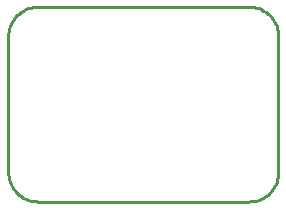
<source format=gbr>
G04 EAGLE Gerber RS-274X export*
G75*
%MOMM*%
%FSLAX34Y34*%
%LPD*%
%IN*%
%IPPOS*%
%AMOC8*
5,1,8,0,0,1.08239X$1,22.5*%
G01*
%ADD10C,0.254000*%


D10*
X0Y25400D02*
X97Y23186D01*
X386Y20989D01*
X865Y18826D01*
X1532Y16713D01*
X2380Y14666D01*
X3403Y12700D01*
X4594Y10831D01*
X5942Y9073D01*
X7440Y7440D01*
X9073Y5942D01*
X10831Y4594D01*
X12700Y3403D01*
X14666Y2380D01*
X16713Y1532D01*
X18826Y865D01*
X20989Y386D01*
X23186Y97D01*
X25400Y0D01*
X203200Y0D01*
X205414Y97D01*
X207611Y386D01*
X209774Y865D01*
X211887Y1532D01*
X213935Y2380D01*
X215900Y3403D01*
X217769Y4594D01*
X219527Y5942D01*
X221161Y7440D01*
X222658Y9073D01*
X224006Y10831D01*
X225197Y12700D01*
X226220Y14666D01*
X227068Y16713D01*
X227735Y18826D01*
X228214Y20989D01*
X228503Y23186D01*
X228600Y25400D01*
X228600Y139700D01*
X228503Y141914D01*
X228214Y144111D01*
X227735Y146274D01*
X227068Y148387D01*
X226220Y150435D01*
X225197Y152400D01*
X224006Y154269D01*
X222658Y156027D01*
X221161Y157661D01*
X219527Y159158D01*
X217769Y160506D01*
X215900Y161697D01*
X213935Y162720D01*
X211887Y163568D01*
X209774Y164235D01*
X207611Y164714D01*
X205414Y165003D01*
X203200Y165100D01*
X25400Y165100D01*
X23186Y165003D01*
X20989Y164714D01*
X18826Y164235D01*
X16713Y163568D01*
X14666Y162720D01*
X12700Y161697D01*
X10831Y160506D01*
X9073Y159158D01*
X7440Y157661D01*
X5942Y156027D01*
X4594Y154269D01*
X3403Y152400D01*
X2380Y150435D01*
X1532Y148387D01*
X865Y146274D01*
X386Y144111D01*
X97Y141914D01*
X0Y139700D01*
X0Y25400D01*
M02*

</source>
